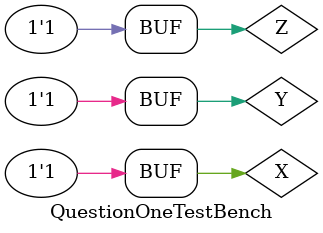
<source format=v>
`timescale 1ns / 1ps


module QuestionOneTestBench(

    );
    
    QuestionOneDesignSource dut(.X(X),.Y(Y),.Z(Z),.Carry(C),.Sum(S));
    reg X;
    reg Y;
    reg Z;
    wire C;
    wire S;
    initial begin
    X=0;
    Y=0;
    Z=0;
    #10;
    X=0;
    Y=0;
    Z=1;
    #10;
    X=0;
    Y=1;
    Z=0;
    #10;
    X=0;
    Y=1;
    Z=1;
    #10;
    X=1;
    Y=0;
    Z=0;
    #10;
    X=1;
    Y=0;
    Z=1;
    #10;
    X=1;
    Y=1;
    Z=0;
    #10;
    X=1;
    Y=1;
    Z=1;
    end
endmodule

</source>
